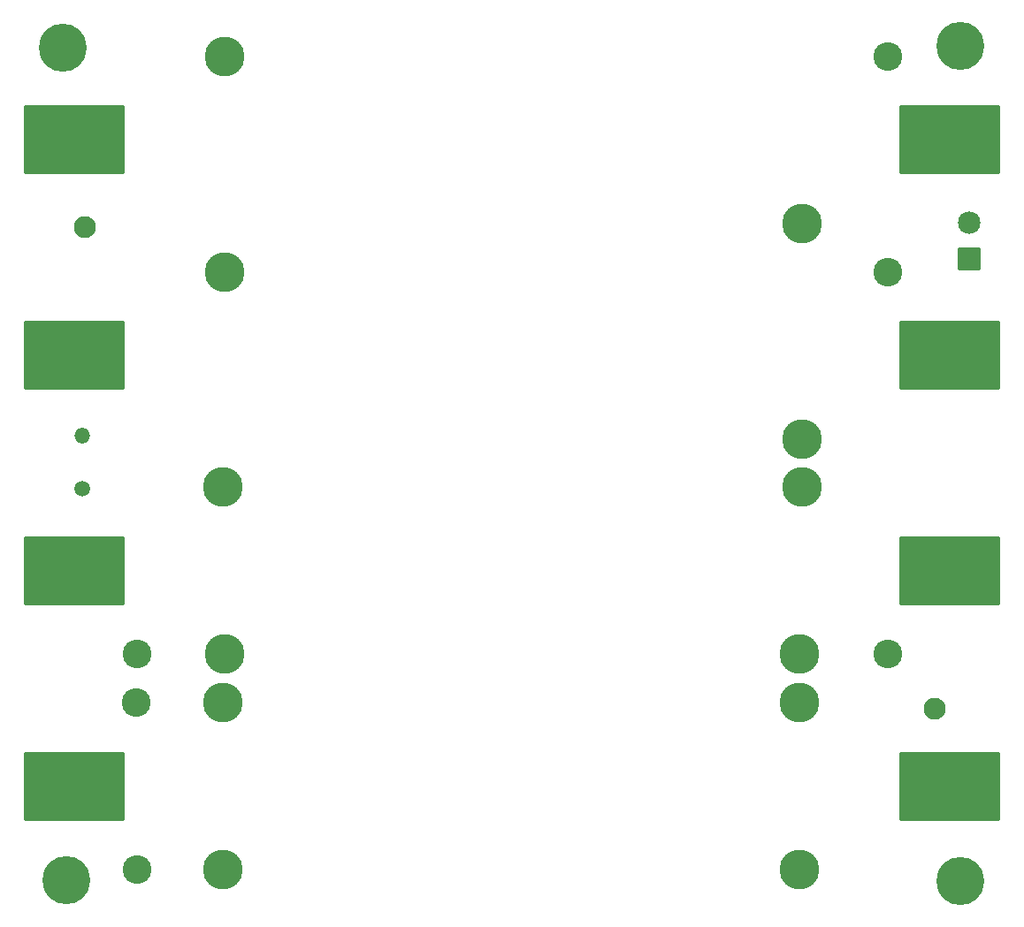
<source format=gbs>
%TF.GenerationSoftware,KiCad,Pcbnew,9.0.1*%
%TF.CreationDate,2025-04-05T21:23:52-07:00*%
%TF.ProjectId,batteryboard,62617474-6572-4796-926f-6172642e6b69,2.3*%
%TF.SameCoordinates,Original*%
%TF.FileFunction,Soldermask,Bot*%
%TF.FilePolarity,Negative*%
%FSLAX46Y46*%
G04 Gerber Fmt 4.6, Leading zero omitted, Abs format (unit mm)*
G04 Created by KiCad (PCBNEW 9.0.1) date 2025-04-05 21:23:52*
%MOMM*%
%LPD*%
G01*
G04 APERTURE LIST*
G04 Aperture macros list*
%AMRoundRect*
0 Rectangle with rounded corners*
0 $1 Rounding radius*
0 $2 $3 $4 $5 $6 $7 $8 $9 X,Y pos of 4 corners*
0 Add a 4 corners polygon primitive as box body*
4,1,4,$2,$3,$4,$5,$6,$7,$8,$9,$2,$3,0*
0 Add four circle primitives for the rounded corners*
1,1,$1+$1,$2,$3*
1,1,$1+$1,$4,$5*
1,1,$1+$1,$6,$7*
1,1,$1+$1,$8,$9*
0 Add four rect primitives between the rounded corners*
20,1,$1+$1,$2,$3,$4,$5,0*
20,1,$1+$1,$4,$5,$6,$7,0*
20,1,$1+$1,$6,$7,$8,$9,0*
20,1,$1+$1,$8,$9,$2,$3,0*%
G04 Aperture macros list end*
%ADD10C,3.810000*%
%ADD11C,2.743200*%
%ADD12C,2.101600*%
%ADD13C,4.601600*%
%ADD14RoundRect,0.063500X1.016000X-1.016000X1.016000X1.016000X-1.016000X1.016000X-1.016000X-1.016000X0*%
%ADD15C,2.159000*%
%ADD16C,1.501600*%
%ADD17O,1.501600X1.501600*%
%ADD18RoundRect,0.050800X-4.733800X-3.238500X4.733800X-3.238500X4.733800X3.238500X-4.733800X3.238500X0*%
%ADD19RoundRect,0.050800X4.733800X3.238500X-4.733800X3.238500X-4.733800X-3.238500X4.733800X-3.238500X0*%
G04 APERTURE END LIST*
D10*
%TO.C,J5*%
X128638300Y-121843800D03*
X73393300Y-137845800D03*
D11*
X65163700Y-121843800D03*
%TD*%
D10*
%TO.C,J6*%
X73621900Y-117195600D03*
X128866900Y-101193600D03*
D11*
X137096500Y-117195600D03*
%TD*%
D12*
%TO.C,TP1*%
X141592300Y-122389900D03*
%TD*%
%TO.C,TP2*%
X60185300Y-76288900D03*
%TD*%
D13*
%TO.C,H4*%
X144010300Y-138899900D03*
%TD*%
%TO.C,H2*%
X58060700Y-59098900D03*
%TD*%
%TO.C,H1*%
X58441700Y-138854900D03*
%TD*%
%TO.C,H3*%
X144010300Y-58889900D03*
%TD*%
D14*
%TO.C,J8*%
X144903300Y-79312102D03*
D15*
X144903300Y-75812102D03*
%TD*%
D16*
%TO.C,TH1*%
X59939300Y-101307900D03*
D17*
X59939300Y-96227900D03*
%TD*%
D10*
%TO.C,J2*%
X73596500Y-80568800D03*
X128841500Y-96570800D03*
D11*
X137071100Y-80568800D03*
D18*
X59207400Y-88569800D03*
X143027400Y-88569800D03*
%TD*%
D10*
%TO.C,J1*%
X128663700Y-137845800D03*
X73418700Y-121843800D03*
D11*
X65189100Y-137845800D03*
D19*
X143052800Y-129844800D03*
X59232800Y-129844800D03*
%TD*%
D10*
%TO.C,J3*%
X128663700Y-117195600D03*
X73418700Y-101193600D03*
D11*
X65189100Y-117195600D03*
D19*
X143052800Y-109194600D03*
X59232800Y-109194600D03*
%TD*%
D10*
%TO.C,J4*%
X73596500Y-59918600D03*
X128841500Y-75920600D03*
D11*
X137071100Y-59918600D03*
D18*
X59207400Y-67919600D03*
X143027400Y-67919600D03*
%TD*%
M02*

</source>
